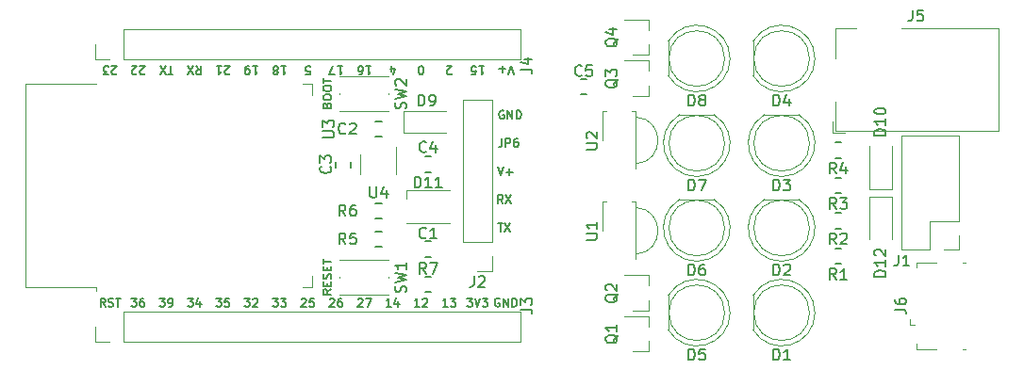
<source format=gbr>
G04 #@! TF.GenerationSoftware,KiCad,Pcbnew,(5.1.9-0-10_14)*
G04 #@! TF.CreationDate,2021-06-13T22:04:25-05:00*
G04 #@! TF.ProjectId,kbxIrBlaster,6b627849-7242-46c6-9173-7465722e6b69,rev?*
G04 #@! TF.SameCoordinates,Original*
G04 #@! TF.FileFunction,Legend,Top*
G04 #@! TF.FilePolarity,Positive*
%FSLAX46Y46*%
G04 Gerber Fmt 4.6, Leading zero omitted, Abs format (unit mm)*
G04 Created by KiCad (PCBNEW (5.1.9-0-10_14)) date 2021-06-13 22:04:25*
%MOMM*%
%LPD*%
G01*
G04 APERTURE LIST*
%ADD10C,0.120000*%
%ADD11C,0.150000*%
%ADD12C,0.200000*%
%ADD13C,0.160000*%
G04 APERTURE END LIST*
D10*
X147025000Y-79640000D02*
X147025000Y-77190000D01*
X143805000Y-77840000D02*
X143805000Y-79640000D01*
X193140500Y-93140000D02*
X193590500Y-93140000D01*
X193140500Y-93140000D02*
X193140500Y-92690000D01*
X193690500Y-87540000D02*
X193690500Y-87990000D01*
X195540500Y-87540000D02*
X193690500Y-87540000D01*
X198090500Y-95340000D02*
X197840500Y-95340000D01*
X198090500Y-87540000D02*
X197840500Y-87540000D01*
X195540500Y-95340000D02*
X193690500Y-95340000D01*
X193690500Y-95340000D02*
X193690500Y-94890000D01*
X120095000Y-89765000D02*
X120095000Y-90145000D01*
X113675000Y-89765000D02*
X120095000Y-89765000D01*
X113675000Y-71525000D02*
X120095000Y-71525000D01*
X113675000Y-89765000D02*
X113675000Y-71525000D01*
X139420000Y-71525000D02*
X139420000Y-72525000D01*
X138640000Y-71525000D02*
X139420000Y-71525000D01*
X139420000Y-89765000D02*
X139420000Y-88765000D01*
X138640000Y-89765000D02*
X139420000Y-89765000D01*
X168505000Y-73981000D02*
X168505000Y-79071000D01*
X168165000Y-73981000D02*
X168505000Y-73981000D01*
X165495000Y-73981000D02*
X165495000Y-76581000D01*
X165845000Y-73981000D02*
X165495000Y-73981000D01*
X168506736Y-78680917D02*
G75*
G03*
X168505000Y-74481000I-101736J2099917D01*
G01*
X168505000Y-82109000D02*
X168505000Y-87199000D01*
X168165000Y-82109000D02*
X168505000Y-82109000D01*
X165495000Y-82109000D02*
X165495000Y-84709000D01*
X165845000Y-82109000D02*
X165495000Y-82109000D01*
X168506736Y-86808917D02*
G75*
G03*
X168505000Y-82609000I-101736J2099917D01*
G01*
X169670000Y-72573000D02*
X168210000Y-72573000D01*
X169670000Y-69413000D02*
X167510000Y-69413000D01*
X169670000Y-69413000D02*
X169670000Y-70343000D01*
X169670000Y-72573000D02*
X169670000Y-71643000D01*
X147910000Y-84050000D02*
X151810000Y-84050000D01*
X147910000Y-81050000D02*
X151810000Y-81050000D01*
X147910000Y-81850000D02*
X147910000Y-81050000D01*
X169670000Y-91877000D02*
X168210000Y-91877000D01*
X169670000Y-88717000D02*
X167510000Y-88717000D01*
X169670000Y-88717000D02*
X169670000Y-89647000D01*
X169670000Y-91877000D02*
X169670000Y-90947000D01*
X169670000Y-68890000D02*
X168210000Y-68890000D01*
X169670000Y-65730000D02*
X167510000Y-65730000D01*
X169670000Y-65730000D02*
X169670000Y-66660000D01*
X169670000Y-68890000D02*
X169670000Y-67960000D01*
X171430000Y-67670000D02*
X171430000Y-70760000D01*
X176490000Y-69215000D02*
G75*
G03*
X176490000Y-69215000I-2500000J0D01*
G01*
X176980000Y-69214538D02*
G75*
G02*
X171430000Y-70759830I-2990000J-462D01*
G01*
X176980000Y-69215462D02*
G75*
G03*
X171430000Y-67670170I-2990000J462D01*
G01*
X175535000Y-74275000D02*
X172445000Y-74275000D01*
X176490000Y-76835000D02*
G75*
G03*
X176490000Y-76835000I-2500000J0D01*
G01*
X173990462Y-79825000D02*
G75*
G02*
X172445170Y-74275000I-462J2990000D01*
G01*
X173989538Y-79825000D02*
G75*
G03*
X175534830Y-74275000I462J2990000D01*
G01*
X179050000Y-67670000D02*
X179050000Y-70760000D01*
X184110000Y-69215000D02*
G75*
G03*
X184110000Y-69215000I-2500000J0D01*
G01*
X184600000Y-69214538D02*
G75*
G02*
X179050000Y-70759830I-2990000J-462D01*
G01*
X184600000Y-69215462D02*
G75*
G03*
X179050000Y-67670170I-2990000J462D01*
G01*
X183155000Y-74275000D02*
X180065000Y-74275000D01*
X184110000Y-76835000D02*
G75*
G03*
X184110000Y-76835000I-2500000J0D01*
G01*
X181610462Y-79825000D02*
G75*
G02*
X180065170Y-74275000I-462J2990000D01*
G01*
X181609538Y-79825000D02*
G75*
G03*
X183154830Y-74275000I462J2990000D01*
G01*
X141945000Y-72440000D02*
X141945000Y-72340000D01*
X146345000Y-70840000D02*
X141945000Y-70840000D01*
X141945000Y-73940000D02*
X146345000Y-73940000D01*
X146345000Y-72440000D02*
X146345000Y-72340000D01*
X141945000Y-88850000D02*
X141945000Y-88950000D01*
X146345000Y-87350000D02*
X141945000Y-87350000D01*
X141945000Y-90450000D02*
X146345000Y-90450000D01*
X146345000Y-88850000D02*
X146345000Y-88950000D01*
X169670000Y-95560000D02*
X168210000Y-95560000D01*
X169670000Y-92400000D02*
X167510000Y-92400000D01*
X169670000Y-92400000D02*
X169670000Y-93330000D01*
X169670000Y-95560000D02*
X169670000Y-94630000D01*
X119955000Y-69275000D02*
X119955000Y-67945000D01*
X121285000Y-69275000D02*
X119955000Y-69275000D01*
X122555000Y-69275000D02*
X122555000Y-66615000D01*
X122555000Y-66615000D02*
X158175000Y-66615000D01*
X122555000Y-69275000D02*
X158175000Y-69275000D01*
X158175000Y-69275000D02*
X158175000Y-66615000D01*
X119955000Y-94675000D02*
X119955000Y-93345000D01*
X121285000Y-94675000D02*
X119955000Y-94675000D01*
X122555000Y-94675000D02*
X122555000Y-92015000D01*
X122555000Y-92015000D02*
X158175000Y-92015000D01*
X122555000Y-94675000D02*
X158175000Y-94675000D01*
X158175000Y-94675000D02*
X158175000Y-92015000D01*
X155635000Y-88325000D02*
X154305000Y-88325000D01*
X155635000Y-86995000D02*
X155635000Y-88325000D01*
X155635000Y-85725000D02*
X152975000Y-85725000D01*
X152975000Y-85725000D02*
X152975000Y-72965000D01*
X155635000Y-85725000D02*
X155635000Y-72965000D01*
X155635000Y-72965000D02*
X152975000Y-72965000D01*
X197545000Y-86420000D02*
X196215000Y-86420000D01*
X197545000Y-85090000D02*
X197545000Y-86420000D01*
X194945000Y-86420000D02*
X192345000Y-86420000D01*
X194945000Y-83820000D02*
X194945000Y-86420000D01*
X197545000Y-83820000D02*
X194945000Y-83820000D01*
X192345000Y-86420000D02*
X192345000Y-76140000D01*
X197545000Y-83820000D02*
X197545000Y-76140000D01*
X197545000Y-76140000D02*
X192345000Y-76140000D01*
X186425000Y-75720000D02*
X186425000Y-73120000D01*
X201125000Y-75720000D02*
X186425000Y-75720000D01*
X186425000Y-66520000D02*
X188325000Y-66520000D01*
X186425000Y-69220000D02*
X186425000Y-66520000D01*
X201125000Y-66520000D02*
X201125000Y-75720000D01*
X192325000Y-66520000D02*
X201125000Y-66520000D01*
X187275000Y-75920000D02*
X186225000Y-75920000D01*
X186225000Y-74870000D02*
X186225000Y-75920000D01*
X191500000Y-81620000D02*
X191500000Y-85470000D01*
X189500000Y-81620000D02*
X189500000Y-85470000D01*
X191500000Y-81620000D02*
X189500000Y-81620000D01*
X189500000Y-80940000D02*
X189500000Y-77090000D01*
X191500000Y-80940000D02*
X191500000Y-77090000D01*
X189500000Y-80940000D02*
X191500000Y-80940000D01*
X147660000Y-73930000D02*
X151510000Y-73930000D01*
X147660000Y-75930000D02*
X151510000Y-75930000D01*
X147660000Y-73930000D02*
X147660000Y-75930000D01*
X175535000Y-81895000D02*
X172445000Y-81895000D01*
X176490000Y-84455000D02*
G75*
G03*
X176490000Y-84455000I-2500000J0D01*
G01*
X173990462Y-87445000D02*
G75*
G02*
X172445170Y-81895000I-462J2990000D01*
G01*
X173989538Y-87445000D02*
G75*
G03*
X175534830Y-81895000I462J2990000D01*
G01*
X171430000Y-90530000D02*
X171430000Y-93620000D01*
X176490000Y-92075000D02*
G75*
G03*
X176490000Y-92075000I-2500000J0D01*
G01*
X176980000Y-92074538D02*
G75*
G02*
X171430000Y-93619830I-2990000J-462D01*
G01*
X176980000Y-92075462D02*
G75*
G03*
X171430000Y-90530170I-2990000J462D01*
G01*
X183155000Y-81895000D02*
X180065000Y-81895000D01*
X184110000Y-84455000D02*
G75*
G03*
X184110000Y-84455000I-2500000J0D01*
G01*
X181610462Y-87445000D02*
G75*
G02*
X180065170Y-81895000I-462J2990000D01*
G01*
X181609538Y-87445000D02*
G75*
G03*
X183154830Y-81895000I462J2990000D01*
G01*
X179050000Y-90530000D02*
X179050000Y-93620000D01*
X184110000Y-92075000D02*
G75*
G03*
X184110000Y-92075000I-2500000J0D01*
G01*
X184600000Y-92074538D02*
G75*
G02*
X179050000Y-93619830I-2990000J-462D01*
G01*
X184600000Y-92075462D02*
G75*
G03*
X179050000Y-90530170I-2990000J462D01*
G01*
D11*
X186951252Y-76760000D02*
X186428748Y-76760000D01*
X186951252Y-78180000D02*
X186428748Y-78180000D01*
X186951252Y-79935000D02*
X186428748Y-79935000D01*
X186951252Y-81355000D02*
X186428748Y-81355000D01*
X150121252Y-88825000D02*
X149598748Y-88825000D01*
X150121252Y-90245000D02*
X149598748Y-90245000D01*
X145153748Y-83641000D02*
X145676252Y-83641000D01*
X145153748Y-82221000D02*
X145676252Y-82221000D01*
X145153748Y-86181000D02*
X145676252Y-86181000D01*
X145153748Y-84761000D02*
X145676252Y-84761000D01*
X186951252Y-83110000D02*
X186428748Y-83110000D01*
X186951252Y-84530000D02*
X186428748Y-84530000D01*
X186951252Y-86285000D02*
X186428748Y-86285000D01*
X186951252Y-87705000D02*
X186428748Y-87705000D01*
X164091252Y-71045000D02*
X163568748Y-71045000D01*
X164091252Y-72465000D02*
X163568748Y-72465000D01*
X150121252Y-78030000D02*
X149598748Y-78030000D01*
X150121252Y-79450000D02*
X149598748Y-79450000D01*
X142950000Y-78478748D02*
X142950000Y-79001252D01*
X141530000Y-78478748D02*
X141530000Y-79001252D01*
X145153748Y-76275000D02*
X145676252Y-76275000D01*
X145153748Y-74855000D02*
X145676252Y-74855000D01*
X149598748Y-87070000D02*
X150121252Y-87070000D01*
X149598748Y-85650000D02*
X150121252Y-85650000D01*
D12*
X144653095Y-80732380D02*
X144653095Y-81541904D01*
X144700714Y-81637142D01*
X144748333Y-81684761D01*
X144843571Y-81732380D01*
X145034047Y-81732380D01*
X145129285Y-81684761D01*
X145176904Y-81637142D01*
X145224523Y-81541904D01*
X145224523Y-80732380D01*
X146129285Y-81065714D02*
X146129285Y-81732380D01*
X145891190Y-80684761D02*
X145653095Y-81399047D01*
X146272142Y-81399047D01*
X191792880Y-91773333D02*
X192507166Y-91773333D01*
X192650023Y-91820952D01*
X192745261Y-91916190D01*
X192792880Y-92059047D01*
X192792880Y-92154285D01*
X191792880Y-90868571D02*
X191792880Y-91059047D01*
X191840500Y-91154285D01*
X191888119Y-91201904D01*
X192030976Y-91297142D01*
X192221452Y-91344761D01*
X192602404Y-91344761D01*
X192697642Y-91297142D01*
X192745261Y-91249523D01*
X192792880Y-91154285D01*
X192792880Y-90963809D01*
X192745261Y-90868571D01*
X192697642Y-90820952D01*
X192602404Y-90773333D01*
X192364309Y-90773333D01*
X192269071Y-90820952D01*
X192221452Y-90868571D01*
X192173833Y-90963809D01*
X192173833Y-91154285D01*
X192221452Y-91249523D01*
X192269071Y-91297142D01*
X192364309Y-91344761D01*
X140422380Y-76326904D02*
X141231904Y-76326904D01*
X141327142Y-76279285D01*
X141374761Y-76231666D01*
X141422380Y-76136428D01*
X141422380Y-75945952D01*
X141374761Y-75850714D01*
X141327142Y-75803095D01*
X141231904Y-75755476D01*
X140422380Y-75755476D01*
X140422380Y-75374523D02*
X140422380Y-74755476D01*
X140803333Y-75088809D01*
X140803333Y-74945952D01*
X140850952Y-74850714D01*
X140898571Y-74803095D01*
X140993809Y-74755476D01*
X141231904Y-74755476D01*
X141327142Y-74803095D01*
X141374761Y-74850714D01*
X141422380Y-74945952D01*
X141422380Y-75231666D01*
X141374761Y-75326904D01*
X141327142Y-75374523D01*
X164057380Y-77382904D02*
X164866904Y-77382904D01*
X164962142Y-77335285D01*
X165009761Y-77287666D01*
X165057380Y-77192428D01*
X165057380Y-77001952D01*
X165009761Y-76906714D01*
X164962142Y-76859095D01*
X164866904Y-76811476D01*
X164057380Y-76811476D01*
X164152619Y-76382904D02*
X164105000Y-76335285D01*
X164057380Y-76240047D01*
X164057380Y-76001952D01*
X164105000Y-75906714D01*
X164152619Y-75859095D01*
X164247857Y-75811476D01*
X164343095Y-75811476D01*
X164485952Y-75859095D01*
X165057380Y-76430523D01*
X165057380Y-75811476D01*
X164057380Y-85510904D02*
X164866904Y-85510904D01*
X164962142Y-85463285D01*
X165009761Y-85415666D01*
X165057380Y-85320428D01*
X165057380Y-85129952D01*
X165009761Y-85034714D01*
X164962142Y-84987095D01*
X164866904Y-84939476D01*
X164057380Y-84939476D01*
X165057380Y-83939476D02*
X165057380Y-84510904D01*
X165057380Y-84225190D02*
X164057380Y-84225190D01*
X164200238Y-84320428D01*
X164295476Y-84415666D01*
X164343095Y-84510904D01*
X166917619Y-71088238D02*
X166870000Y-71183476D01*
X166774761Y-71278714D01*
X166631904Y-71421571D01*
X166584285Y-71516809D01*
X166584285Y-71612047D01*
X166822380Y-71564428D02*
X166774761Y-71659666D01*
X166679523Y-71754904D01*
X166489047Y-71802523D01*
X166155714Y-71802523D01*
X165965238Y-71754904D01*
X165870000Y-71659666D01*
X165822380Y-71564428D01*
X165822380Y-71373952D01*
X165870000Y-71278714D01*
X165965238Y-71183476D01*
X166155714Y-71135857D01*
X166489047Y-71135857D01*
X166679523Y-71183476D01*
X166774761Y-71278714D01*
X166822380Y-71373952D01*
X166822380Y-71564428D01*
X165822380Y-70802523D02*
X165822380Y-70183476D01*
X166203333Y-70516809D01*
X166203333Y-70373952D01*
X166250952Y-70278714D01*
X166298571Y-70231095D01*
X166393809Y-70183476D01*
X166631904Y-70183476D01*
X166727142Y-70231095D01*
X166774761Y-70278714D01*
X166822380Y-70373952D01*
X166822380Y-70659666D01*
X166774761Y-70754904D01*
X166727142Y-70802523D01*
X148645714Y-80843380D02*
X148645714Y-79843380D01*
X148883809Y-79843380D01*
X149026666Y-79891000D01*
X149121904Y-79986238D01*
X149169523Y-80081476D01*
X149217142Y-80271952D01*
X149217142Y-80414809D01*
X149169523Y-80605285D01*
X149121904Y-80700523D01*
X149026666Y-80795761D01*
X148883809Y-80843380D01*
X148645714Y-80843380D01*
X150169523Y-80843380D02*
X149598095Y-80843380D01*
X149883809Y-80843380D02*
X149883809Y-79843380D01*
X149788571Y-79986238D01*
X149693333Y-80081476D01*
X149598095Y-80129095D01*
X151121904Y-80843380D02*
X150550476Y-80843380D01*
X150836190Y-80843380D02*
X150836190Y-79843380D01*
X150740952Y-79986238D01*
X150645714Y-80081476D01*
X150550476Y-80129095D01*
X166917619Y-90392238D02*
X166870000Y-90487476D01*
X166774761Y-90582714D01*
X166631904Y-90725571D01*
X166584285Y-90820809D01*
X166584285Y-90916047D01*
X166822380Y-90868428D02*
X166774761Y-90963666D01*
X166679523Y-91058904D01*
X166489047Y-91106523D01*
X166155714Y-91106523D01*
X165965238Y-91058904D01*
X165870000Y-90963666D01*
X165822380Y-90868428D01*
X165822380Y-90677952D01*
X165870000Y-90582714D01*
X165965238Y-90487476D01*
X166155714Y-90439857D01*
X166489047Y-90439857D01*
X166679523Y-90487476D01*
X166774761Y-90582714D01*
X166822380Y-90677952D01*
X166822380Y-90868428D01*
X165917619Y-90058904D02*
X165870000Y-90011285D01*
X165822380Y-89916047D01*
X165822380Y-89677952D01*
X165870000Y-89582714D01*
X165917619Y-89535095D01*
X166012857Y-89487476D01*
X166108095Y-89487476D01*
X166250952Y-89535095D01*
X166822380Y-90106523D01*
X166822380Y-89487476D01*
X166917619Y-67405238D02*
X166870000Y-67500476D01*
X166774761Y-67595714D01*
X166631904Y-67738571D01*
X166584285Y-67833809D01*
X166584285Y-67929047D01*
X166822380Y-67881428D02*
X166774761Y-67976666D01*
X166679523Y-68071904D01*
X166489047Y-68119523D01*
X166155714Y-68119523D01*
X165965238Y-68071904D01*
X165870000Y-67976666D01*
X165822380Y-67881428D01*
X165822380Y-67690952D01*
X165870000Y-67595714D01*
X165965238Y-67500476D01*
X166155714Y-67452857D01*
X166489047Y-67452857D01*
X166679523Y-67500476D01*
X166774761Y-67595714D01*
X166822380Y-67690952D01*
X166822380Y-67881428D01*
X166155714Y-66595714D02*
X166822380Y-66595714D01*
X165774761Y-66833809D02*
X166489047Y-67071904D01*
X166489047Y-66452857D01*
X173251904Y-73477380D02*
X173251904Y-72477380D01*
X173490000Y-72477380D01*
X173632857Y-72525000D01*
X173728095Y-72620238D01*
X173775714Y-72715476D01*
X173823333Y-72905952D01*
X173823333Y-73048809D01*
X173775714Y-73239285D01*
X173728095Y-73334523D01*
X173632857Y-73429761D01*
X173490000Y-73477380D01*
X173251904Y-73477380D01*
X174394761Y-72905952D02*
X174299523Y-72858333D01*
X174251904Y-72810714D01*
X174204285Y-72715476D01*
X174204285Y-72667857D01*
X174251904Y-72572619D01*
X174299523Y-72525000D01*
X174394761Y-72477380D01*
X174585238Y-72477380D01*
X174680476Y-72525000D01*
X174728095Y-72572619D01*
X174775714Y-72667857D01*
X174775714Y-72715476D01*
X174728095Y-72810714D01*
X174680476Y-72858333D01*
X174585238Y-72905952D01*
X174394761Y-72905952D01*
X174299523Y-72953571D01*
X174251904Y-73001190D01*
X174204285Y-73096428D01*
X174204285Y-73286904D01*
X174251904Y-73382142D01*
X174299523Y-73429761D01*
X174394761Y-73477380D01*
X174585238Y-73477380D01*
X174680476Y-73429761D01*
X174728095Y-73382142D01*
X174775714Y-73286904D01*
X174775714Y-73096428D01*
X174728095Y-73001190D01*
X174680476Y-72953571D01*
X174585238Y-72905952D01*
X173251904Y-81097380D02*
X173251904Y-80097380D01*
X173490000Y-80097380D01*
X173632857Y-80145000D01*
X173728095Y-80240238D01*
X173775714Y-80335476D01*
X173823333Y-80525952D01*
X173823333Y-80668809D01*
X173775714Y-80859285D01*
X173728095Y-80954523D01*
X173632857Y-81049761D01*
X173490000Y-81097380D01*
X173251904Y-81097380D01*
X174156666Y-80097380D02*
X174823333Y-80097380D01*
X174394761Y-81097380D01*
X180871904Y-73477380D02*
X180871904Y-72477380D01*
X181110000Y-72477380D01*
X181252857Y-72525000D01*
X181348095Y-72620238D01*
X181395714Y-72715476D01*
X181443333Y-72905952D01*
X181443333Y-73048809D01*
X181395714Y-73239285D01*
X181348095Y-73334523D01*
X181252857Y-73429761D01*
X181110000Y-73477380D01*
X180871904Y-73477380D01*
X182300476Y-72810714D02*
X182300476Y-73477380D01*
X182062380Y-72429761D02*
X181824285Y-73144047D01*
X182443333Y-73144047D01*
X180871904Y-81097380D02*
X180871904Y-80097380D01*
X181110000Y-80097380D01*
X181252857Y-80145000D01*
X181348095Y-80240238D01*
X181395714Y-80335476D01*
X181443333Y-80525952D01*
X181443333Y-80668809D01*
X181395714Y-80859285D01*
X181348095Y-80954523D01*
X181252857Y-81049761D01*
X181110000Y-81097380D01*
X180871904Y-81097380D01*
X181776666Y-80097380D02*
X182395714Y-80097380D01*
X182062380Y-80478333D01*
X182205238Y-80478333D01*
X182300476Y-80525952D01*
X182348095Y-80573571D01*
X182395714Y-80668809D01*
X182395714Y-80906904D01*
X182348095Y-81002142D01*
X182300476Y-81049761D01*
X182205238Y-81097380D01*
X181919523Y-81097380D01*
X181824285Y-81049761D01*
X181776666Y-81002142D01*
X147851761Y-73723333D02*
X147899380Y-73580476D01*
X147899380Y-73342380D01*
X147851761Y-73247142D01*
X147804142Y-73199523D01*
X147708904Y-73151904D01*
X147613666Y-73151904D01*
X147518428Y-73199523D01*
X147470809Y-73247142D01*
X147423190Y-73342380D01*
X147375571Y-73532857D01*
X147327952Y-73628095D01*
X147280333Y-73675714D01*
X147185095Y-73723333D01*
X147089857Y-73723333D01*
X146994619Y-73675714D01*
X146947000Y-73628095D01*
X146899380Y-73532857D01*
X146899380Y-73294761D01*
X146947000Y-73151904D01*
X146899380Y-72818571D02*
X147899380Y-72580476D01*
X147185095Y-72390000D01*
X147899380Y-72199523D01*
X146899380Y-71961428D01*
X146994619Y-71628095D02*
X146947000Y-71580476D01*
X146899380Y-71485238D01*
X146899380Y-71247142D01*
X146947000Y-71151904D01*
X146994619Y-71104285D01*
X147089857Y-71056666D01*
X147185095Y-71056666D01*
X147327952Y-71104285D01*
X147899380Y-71675714D01*
X147899380Y-71056666D01*
D13*
X140789428Y-73407857D02*
X140825142Y-73300714D01*
X140860857Y-73265000D01*
X140932285Y-73229285D01*
X141039428Y-73229285D01*
X141110857Y-73265000D01*
X141146571Y-73300714D01*
X141182285Y-73372142D01*
X141182285Y-73657857D01*
X140432285Y-73657857D01*
X140432285Y-73407857D01*
X140468000Y-73336428D01*
X140503714Y-73300714D01*
X140575142Y-73265000D01*
X140646571Y-73265000D01*
X140718000Y-73300714D01*
X140753714Y-73336428D01*
X140789428Y-73407857D01*
X140789428Y-73657857D01*
X140432285Y-72765000D02*
X140432285Y-72622142D01*
X140468000Y-72550714D01*
X140539428Y-72479285D01*
X140682285Y-72443571D01*
X140932285Y-72443571D01*
X141075142Y-72479285D01*
X141146571Y-72550714D01*
X141182285Y-72622142D01*
X141182285Y-72765000D01*
X141146571Y-72836428D01*
X141075142Y-72907857D01*
X140932285Y-72943571D01*
X140682285Y-72943571D01*
X140539428Y-72907857D01*
X140468000Y-72836428D01*
X140432285Y-72765000D01*
X140432285Y-71979285D02*
X140432285Y-71836428D01*
X140468000Y-71765000D01*
X140539428Y-71693571D01*
X140682285Y-71657857D01*
X140932285Y-71657857D01*
X141075142Y-71693571D01*
X141146571Y-71765000D01*
X141182285Y-71836428D01*
X141182285Y-71979285D01*
X141146571Y-72050714D01*
X141075142Y-72122142D01*
X140932285Y-72157857D01*
X140682285Y-72157857D01*
X140539428Y-72122142D01*
X140468000Y-72050714D01*
X140432285Y-71979285D01*
X140432285Y-71443571D02*
X140432285Y-71015000D01*
X141182285Y-71229285D02*
X140432285Y-71229285D01*
D12*
X147851761Y-90233333D02*
X147899380Y-90090476D01*
X147899380Y-89852380D01*
X147851761Y-89757142D01*
X147804142Y-89709523D01*
X147708904Y-89661904D01*
X147613666Y-89661904D01*
X147518428Y-89709523D01*
X147470809Y-89757142D01*
X147423190Y-89852380D01*
X147375571Y-90042857D01*
X147327952Y-90138095D01*
X147280333Y-90185714D01*
X147185095Y-90233333D01*
X147089857Y-90233333D01*
X146994619Y-90185714D01*
X146947000Y-90138095D01*
X146899380Y-90042857D01*
X146899380Y-89804761D01*
X146947000Y-89661904D01*
X146899380Y-89328571D02*
X147899380Y-89090476D01*
X147185095Y-88900000D01*
X147899380Y-88709523D01*
X146899380Y-88471428D01*
X147899380Y-87566666D02*
X147899380Y-88138095D01*
X147899380Y-87852380D02*
X146899380Y-87852380D01*
X147042238Y-87947619D01*
X147137476Y-88042857D01*
X147185095Y-88138095D01*
D13*
X141182285Y-89989285D02*
X140825142Y-90239285D01*
X141182285Y-90417857D02*
X140432285Y-90417857D01*
X140432285Y-90132142D01*
X140468000Y-90060714D01*
X140503714Y-90025000D01*
X140575142Y-89989285D01*
X140682285Y-89989285D01*
X140753714Y-90025000D01*
X140789428Y-90060714D01*
X140825142Y-90132142D01*
X140825142Y-90417857D01*
X140789428Y-89667857D02*
X140789428Y-89417857D01*
X141182285Y-89310714D02*
X141182285Y-89667857D01*
X140432285Y-89667857D01*
X140432285Y-89310714D01*
X141146571Y-89025000D02*
X141182285Y-88917857D01*
X141182285Y-88739285D01*
X141146571Y-88667857D01*
X141110857Y-88632142D01*
X141039428Y-88596428D01*
X140968000Y-88596428D01*
X140896571Y-88632142D01*
X140860857Y-88667857D01*
X140825142Y-88739285D01*
X140789428Y-88882142D01*
X140753714Y-88953571D01*
X140718000Y-88989285D01*
X140646571Y-89025000D01*
X140575142Y-89025000D01*
X140503714Y-88989285D01*
X140468000Y-88953571D01*
X140432285Y-88882142D01*
X140432285Y-88703571D01*
X140468000Y-88596428D01*
X140789428Y-88275000D02*
X140789428Y-88025000D01*
X141182285Y-87917857D02*
X141182285Y-88275000D01*
X140432285Y-88275000D01*
X140432285Y-87917857D01*
X140432285Y-87703571D02*
X140432285Y-87275000D01*
X141182285Y-87489285D02*
X140432285Y-87489285D01*
D12*
X166917619Y-94075238D02*
X166870000Y-94170476D01*
X166774761Y-94265714D01*
X166631904Y-94408571D01*
X166584285Y-94503809D01*
X166584285Y-94599047D01*
X166822380Y-94551428D02*
X166774761Y-94646666D01*
X166679523Y-94741904D01*
X166489047Y-94789523D01*
X166155714Y-94789523D01*
X165965238Y-94741904D01*
X165870000Y-94646666D01*
X165822380Y-94551428D01*
X165822380Y-94360952D01*
X165870000Y-94265714D01*
X165965238Y-94170476D01*
X166155714Y-94122857D01*
X166489047Y-94122857D01*
X166679523Y-94170476D01*
X166774761Y-94265714D01*
X166822380Y-94360952D01*
X166822380Y-94551428D01*
X166822380Y-93170476D02*
X166822380Y-93741904D01*
X166822380Y-93456190D02*
X165822380Y-93456190D01*
X165965238Y-93551428D01*
X166060476Y-93646666D01*
X166108095Y-93741904D01*
X158202380Y-70183333D02*
X158916666Y-70183333D01*
X159059523Y-70230952D01*
X159154761Y-70326190D01*
X159202380Y-70469047D01*
X159202380Y-70564285D01*
X158535714Y-69278571D02*
X159202380Y-69278571D01*
X158154761Y-69516666D02*
X158869047Y-69754761D01*
X158869047Y-69135714D01*
D13*
X157559285Y-70641714D02*
X157309285Y-69891714D01*
X157059285Y-70641714D01*
X156809285Y-70177428D02*
X156237857Y-70177428D01*
X156523571Y-69891714D02*
X156523571Y-70463142D01*
X154447857Y-69891714D02*
X154876428Y-69891714D01*
X154662142Y-69891714D02*
X154662142Y-70641714D01*
X154733571Y-70534571D01*
X154805000Y-70463142D01*
X154876428Y-70427428D01*
X153769285Y-70641714D02*
X154126428Y-70641714D01*
X154162142Y-70284571D01*
X154126428Y-70320285D01*
X154055000Y-70356000D01*
X153876428Y-70356000D01*
X153805000Y-70320285D01*
X153769285Y-70284571D01*
X153733571Y-70213142D01*
X153733571Y-70034571D01*
X153769285Y-69963142D01*
X153805000Y-69927428D01*
X153876428Y-69891714D01*
X154055000Y-69891714D01*
X154126428Y-69927428D01*
X154162142Y-69963142D01*
X151979285Y-70570285D02*
X151943571Y-70606000D01*
X151872142Y-70641714D01*
X151693571Y-70641714D01*
X151622142Y-70606000D01*
X151586428Y-70570285D01*
X151550714Y-70498857D01*
X151550714Y-70427428D01*
X151586428Y-70320285D01*
X152015000Y-69891714D01*
X151550714Y-69891714D01*
X149260714Y-70641714D02*
X149189285Y-70641714D01*
X149117857Y-70606000D01*
X149082142Y-70570285D01*
X149046428Y-70498857D01*
X149010714Y-70356000D01*
X149010714Y-70177428D01*
X149046428Y-70034571D01*
X149082142Y-69963142D01*
X149117857Y-69927428D01*
X149189285Y-69891714D01*
X149260714Y-69891714D01*
X149332142Y-69927428D01*
X149367857Y-69963142D01*
X149403571Y-70034571D01*
X149439285Y-70177428D01*
X149439285Y-70356000D01*
X149403571Y-70498857D01*
X149367857Y-70570285D01*
X149332142Y-70606000D01*
X149260714Y-70641714D01*
X146542142Y-70391714D02*
X146542142Y-69891714D01*
X146720714Y-70677428D02*
X146899285Y-70141714D01*
X146435000Y-70141714D01*
X144287857Y-69891714D02*
X144716428Y-69891714D01*
X144502142Y-69891714D02*
X144502142Y-70641714D01*
X144573571Y-70534571D01*
X144645000Y-70463142D01*
X144716428Y-70427428D01*
X143645000Y-70641714D02*
X143787857Y-70641714D01*
X143859285Y-70606000D01*
X143895000Y-70570285D01*
X143966428Y-70463142D01*
X144002142Y-70320285D01*
X144002142Y-70034571D01*
X143966428Y-69963142D01*
X143930714Y-69927428D01*
X143859285Y-69891714D01*
X143716428Y-69891714D01*
X143645000Y-69927428D01*
X143609285Y-69963142D01*
X143573571Y-70034571D01*
X143573571Y-70213142D01*
X143609285Y-70284571D01*
X143645000Y-70320285D01*
X143716428Y-70356000D01*
X143859285Y-70356000D01*
X143930714Y-70320285D01*
X143966428Y-70284571D01*
X144002142Y-70213142D01*
X141747857Y-69891714D02*
X142176428Y-69891714D01*
X141962142Y-69891714D02*
X141962142Y-70641714D01*
X142033571Y-70534571D01*
X142105000Y-70463142D01*
X142176428Y-70427428D01*
X141497857Y-70641714D02*
X140997857Y-70641714D01*
X141319285Y-69891714D01*
X138886428Y-70641714D02*
X139243571Y-70641714D01*
X139279285Y-70284571D01*
X139243571Y-70320285D01*
X139172142Y-70356000D01*
X138993571Y-70356000D01*
X138922142Y-70320285D01*
X138886428Y-70284571D01*
X138850714Y-70213142D01*
X138850714Y-70034571D01*
X138886428Y-69963142D01*
X138922142Y-69927428D01*
X138993571Y-69891714D01*
X139172142Y-69891714D01*
X139243571Y-69927428D01*
X139279285Y-69963142D01*
X136667857Y-69891714D02*
X137096428Y-69891714D01*
X136882142Y-69891714D02*
X136882142Y-70641714D01*
X136953571Y-70534571D01*
X137025000Y-70463142D01*
X137096428Y-70427428D01*
X136239285Y-70320285D02*
X136310714Y-70356000D01*
X136346428Y-70391714D01*
X136382142Y-70463142D01*
X136382142Y-70498857D01*
X136346428Y-70570285D01*
X136310714Y-70606000D01*
X136239285Y-70641714D01*
X136096428Y-70641714D01*
X136025000Y-70606000D01*
X135989285Y-70570285D01*
X135953571Y-70498857D01*
X135953571Y-70463142D01*
X135989285Y-70391714D01*
X136025000Y-70356000D01*
X136096428Y-70320285D01*
X136239285Y-70320285D01*
X136310714Y-70284571D01*
X136346428Y-70248857D01*
X136382142Y-70177428D01*
X136382142Y-70034571D01*
X136346428Y-69963142D01*
X136310714Y-69927428D01*
X136239285Y-69891714D01*
X136096428Y-69891714D01*
X136025000Y-69927428D01*
X135989285Y-69963142D01*
X135953571Y-70034571D01*
X135953571Y-70177428D01*
X135989285Y-70248857D01*
X136025000Y-70284571D01*
X136096428Y-70320285D01*
X134127857Y-69891714D02*
X134556428Y-69891714D01*
X134342142Y-69891714D02*
X134342142Y-70641714D01*
X134413571Y-70534571D01*
X134485000Y-70463142D01*
X134556428Y-70427428D01*
X133770714Y-69891714D02*
X133627857Y-69891714D01*
X133556428Y-69927428D01*
X133520714Y-69963142D01*
X133449285Y-70070285D01*
X133413571Y-70213142D01*
X133413571Y-70498857D01*
X133449285Y-70570285D01*
X133485000Y-70606000D01*
X133556428Y-70641714D01*
X133699285Y-70641714D01*
X133770714Y-70606000D01*
X133806428Y-70570285D01*
X133842142Y-70498857D01*
X133842142Y-70320285D01*
X133806428Y-70248857D01*
X133770714Y-70213142D01*
X133699285Y-70177428D01*
X133556428Y-70177428D01*
X133485000Y-70213142D01*
X133449285Y-70248857D01*
X133413571Y-70320285D01*
X132016428Y-70570285D02*
X131980714Y-70606000D01*
X131909285Y-70641714D01*
X131730714Y-70641714D01*
X131659285Y-70606000D01*
X131623571Y-70570285D01*
X131587857Y-70498857D01*
X131587857Y-70427428D01*
X131623571Y-70320285D01*
X132052142Y-69891714D01*
X131587857Y-69891714D01*
X130873571Y-69891714D02*
X131302142Y-69891714D01*
X131087857Y-69891714D02*
X131087857Y-70641714D01*
X131159285Y-70534571D01*
X131230714Y-70463142D01*
X131302142Y-70427428D01*
X129030000Y-69891714D02*
X129280000Y-70248857D01*
X129458571Y-69891714D02*
X129458571Y-70641714D01*
X129172857Y-70641714D01*
X129101428Y-70606000D01*
X129065714Y-70570285D01*
X129030000Y-70498857D01*
X129030000Y-70391714D01*
X129065714Y-70320285D01*
X129101428Y-70284571D01*
X129172857Y-70248857D01*
X129458571Y-70248857D01*
X128780000Y-70641714D02*
X128280000Y-69891714D01*
X128280000Y-70641714D02*
X128780000Y-69891714D01*
X126936428Y-70641714D02*
X126507857Y-70641714D01*
X126722142Y-69891714D02*
X126722142Y-70641714D01*
X126329285Y-70641714D02*
X125829285Y-69891714D01*
X125829285Y-70641714D02*
X126329285Y-69891714D01*
X124396428Y-70570285D02*
X124360714Y-70606000D01*
X124289285Y-70641714D01*
X124110714Y-70641714D01*
X124039285Y-70606000D01*
X124003571Y-70570285D01*
X123967857Y-70498857D01*
X123967857Y-70427428D01*
X124003571Y-70320285D01*
X124432142Y-69891714D01*
X123967857Y-69891714D01*
X123682142Y-70570285D02*
X123646428Y-70606000D01*
X123575000Y-70641714D01*
X123396428Y-70641714D01*
X123325000Y-70606000D01*
X123289285Y-70570285D01*
X123253571Y-70498857D01*
X123253571Y-70427428D01*
X123289285Y-70320285D01*
X123717857Y-69891714D01*
X123253571Y-69891714D01*
X121856428Y-70570285D02*
X121820714Y-70606000D01*
X121749285Y-70641714D01*
X121570714Y-70641714D01*
X121499285Y-70606000D01*
X121463571Y-70570285D01*
X121427857Y-70498857D01*
X121427857Y-70427428D01*
X121463571Y-70320285D01*
X121892142Y-69891714D01*
X121427857Y-69891714D01*
X121177857Y-70641714D02*
X120713571Y-70641714D01*
X120963571Y-70356000D01*
X120856428Y-70356000D01*
X120785000Y-70320285D01*
X120749285Y-70284571D01*
X120713571Y-70213142D01*
X120713571Y-70034571D01*
X120749285Y-69963142D01*
X120785000Y-69927428D01*
X120856428Y-69891714D01*
X121070714Y-69891714D01*
X121142142Y-69927428D01*
X121177857Y-69963142D01*
D12*
X158202380Y-91773333D02*
X158916666Y-91773333D01*
X159059523Y-91820952D01*
X159154761Y-91916190D01*
X159202380Y-92059047D01*
X159202380Y-92154285D01*
X158202380Y-91392380D02*
X158202380Y-90773333D01*
X158583333Y-91106666D01*
X158583333Y-90963809D01*
X158630952Y-90868571D01*
X158678571Y-90820952D01*
X158773809Y-90773333D01*
X159011904Y-90773333D01*
X159107142Y-90820952D01*
X159154761Y-90868571D01*
X159202380Y-90963809D01*
X159202380Y-91249523D01*
X159154761Y-91344761D01*
X159107142Y-91392380D01*
D13*
X120874285Y-91525285D02*
X120624285Y-91168142D01*
X120445714Y-91525285D02*
X120445714Y-90775285D01*
X120731428Y-90775285D01*
X120802857Y-90811000D01*
X120838571Y-90846714D01*
X120874285Y-90918142D01*
X120874285Y-91025285D01*
X120838571Y-91096714D01*
X120802857Y-91132428D01*
X120731428Y-91168142D01*
X120445714Y-91168142D01*
X121160000Y-91489571D02*
X121267142Y-91525285D01*
X121445714Y-91525285D01*
X121517142Y-91489571D01*
X121552857Y-91453857D01*
X121588571Y-91382428D01*
X121588571Y-91311000D01*
X121552857Y-91239571D01*
X121517142Y-91203857D01*
X121445714Y-91168142D01*
X121302857Y-91132428D01*
X121231428Y-91096714D01*
X121195714Y-91061000D01*
X121160000Y-90989571D01*
X121160000Y-90918142D01*
X121195714Y-90846714D01*
X121231428Y-90811000D01*
X121302857Y-90775285D01*
X121481428Y-90775285D01*
X121588571Y-90811000D01*
X121802857Y-90775285D02*
X122231428Y-90775285D01*
X122017142Y-91525285D02*
X122017142Y-90775285D01*
X123217857Y-90775285D02*
X123682142Y-90775285D01*
X123432142Y-91061000D01*
X123539285Y-91061000D01*
X123610714Y-91096714D01*
X123646428Y-91132428D01*
X123682142Y-91203857D01*
X123682142Y-91382428D01*
X123646428Y-91453857D01*
X123610714Y-91489571D01*
X123539285Y-91525285D01*
X123325000Y-91525285D01*
X123253571Y-91489571D01*
X123217857Y-91453857D01*
X124325000Y-90775285D02*
X124182142Y-90775285D01*
X124110714Y-90811000D01*
X124075000Y-90846714D01*
X124003571Y-90953857D01*
X123967857Y-91096714D01*
X123967857Y-91382428D01*
X124003571Y-91453857D01*
X124039285Y-91489571D01*
X124110714Y-91525285D01*
X124253571Y-91525285D01*
X124325000Y-91489571D01*
X124360714Y-91453857D01*
X124396428Y-91382428D01*
X124396428Y-91203857D01*
X124360714Y-91132428D01*
X124325000Y-91096714D01*
X124253571Y-91061000D01*
X124110714Y-91061000D01*
X124039285Y-91096714D01*
X124003571Y-91132428D01*
X123967857Y-91203857D01*
X125757857Y-90775285D02*
X126222142Y-90775285D01*
X125972142Y-91061000D01*
X126079285Y-91061000D01*
X126150714Y-91096714D01*
X126186428Y-91132428D01*
X126222142Y-91203857D01*
X126222142Y-91382428D01*
X126186428Y-91453857D01*
X126150714Y-91489571D01*
X126079285Y-91525285D01*
X125865000Y-91525285D01*
X125793571Y-91489571D01*
X125757857Y-91453857D01*
X126579285Y-91525285D02*
X126722142Y-91525285D01*
X126793571Y-91489571D01*
X126829285Y-91453857D01*
X126900714Y-91346714D01*
X126936428Y-91203857D01*
X126936428Y-90918142D01*
X126900714Y-90846714D01*
X126865000Y-90811000D01*
X126793571Y-90775285D01*
X126650714Y-90775285D01*
X126579285Y-90811000D01*
X126543571Y-90846714D01*
X126507857Y-90918142D01*
X126507857Y-91096714D01*
X126543571Y-91168142D01*
X126579285Y-91203857D01*
X126650714Y-91239571D01*
X126793571Y-91239571D01*
X126865000Y-91203857D01*
X126900714Y-91168142D01*
X126936428Y-91096714D01*
X128297857Y-90775285D02*
X128762142Y-90775285D01*
X128512142Y-91061000D01*
X128619285Y-91061000D01*
X128690714Y-91096714D01*
X128726428Y-91132428D01*
X128762142Y-91203857D01*
X128762142Y-91382428D01*
X128726428Y-91453857D01*
X128690714Y-91489571D01*
X128619285Y-91525285D01*
X128405000Y-91525285D01*
X128333571Y-91489571D01*
X128297857Y-91453857D01*
X129405000Y-91025285D02*
X129405000Y-91525285D01*
X129226428Y-90739571D02*
X129047857Y-91275285D01*
X129512142Y-91275285D01*
X130837857Y-90775285D02*
X131302142Y-90775285D01*
X131052142Y-91061000D01*
X131159285Y-91061000D01*
X131230714Y-91096714D01*
X131266428Y-91132428D01*
X131302142Y-91203857D01*
X131302142Y-91382428D01*
X131266428Y-91453857D01*
X131230714Y-91489571D01*
X131159285Y-91525285D01*
X130945000Y-91525285D01*
X130873571Y-91489571D01*
X130837857Y-91453857D01*
X131980714Y-90775285D02*
X131623571Y-90775285D01*
X131587857Y-91132428D01*
X131623571Y-91096714D01*
X131695000Y-91061000D01*
X131873571Y-91061000D01*
X131945000Y-91096714D01*
X131980714Y-91132428D01*
X132016428Y-91203857D01*
X132016428Y-91382428D01*
X131980714Y-91453857D01*
X131945000Y-91489571D01*
X131873571Y-91525285D01*
X131695000Y-91525285D01*
X131623571Y-91489571D01*
X131587857Y-91453857D01*
X133377857Y-90775285D02*
X133842142Y-90775285D01*
X133592142Y-91061000D01*
X133699285Y-91061000D01*
X133770714Y-91096714D01*
X133806428Y-91132428D01*
X133842142Y-91203857D01*
X133842142Y-91382428D01*
X133806428Y-91453857D01*
X133770714Y-91489571D01*
X133699285Y-91525285D01*
X133485000Y-91525285D01*
X133413571Y-91489571D01*
X133377857Y-91453857D01*
X134127857Y-90846714D02*
X134163571Y-90811000D01*
X134235000Y-90775285D01*
X134413571Y-90775285D01*
X134485000Y-90811000D01*
X134520714Y-90846714D01*
X134556428Y-90918142D01*
X134556428Y-90989571D01*
X134520714Y-91096714D01*
X134092142Y-91525285D01*
X134556428Y-91525285D01*
X135917857Y-90775285D02*
X136382142Y-90775285D01*
X136132142Y-91061000D01*
X136239285Y-91061000D01*
X136310714Y-91096714D01*
X136346428Y-91132428D01*
X136382142Y-91203857D01*
X136382142Y-91382428D01*
X136346428Y-91453857D01*
X136310714Y-91489571D01*
X136239285Y-91525285D01*
X136025000Y-91525285D01*
X135953571Y-91489571D01*
X135917857Y-91453857D01*
X136632142Y-90775285D02*
X137096428Y-90775285D01*
X136846428Y-91061000D01*
X136953571Y-91061000D01*
X137025000Y-91096714D01*
X137060714Y-91132428D01*
X137096428Y-91203857D01*
X137096428Y-91382428D01*
X137060714Y-91453857D01*
X137025000Y-91489571D01*
X136953571Y-91525285D01*
X136739285Y-91525285D01*
X136667857Y-91489571D01*
X136632142Y-91453857D01*
X138493571Y-90846714D02*
X138529285Y-90811000D01*
X138600714Y-90775285D01*
X138779285Y-90775285D01*
X138850714Y-90811000D01*
X138886428Y-90846714D01*
X138922142Y-90918142D01*
X138922142Y-90989571D01*
X138886428Y-91096714D01*
X138457857Y-91525285D01*
X138922142Y-91525285D01*
X139600714Y-90775285D02*
X139243571Y-90775285D01*
X139207857Y-91132428D01*
X139243571Y-91096714D01*
X139315000Y-91061000D01*
X139493571Y-91061000D01*
X139565000Y-91096714D01*
X139600714Y-91132428D01*
X139636428Y-91203857D01*
X139636428Y-91382428D01*
X139600714Y-91453857D01*
X139565000Y-91489571D01*
X139493571Y-91525285D01*
X139315000Y-91525285D01*
X139243571Y-91489571D01*
X139207857Y-91453857D01*
X141033571Y-90846714D02*
X141069285Y-90811000D01*
X141140714Y-90775285D01*
X141319285Y-90775285D01*
X141390714Y-90811000D01*
X141426428Y-90846714D01*
X141462142Y-90918142D01*
X141462142Y-90989571D01*
X141426428Y-91096714D01*
X140997857Y-91525285D01*
X141462142Y-91525285D01*
X142105000Y-90775285D02*
X141962142Y-90775285D01*
X141890714Y-90811000D01*
X141855000Y-90846714D01*
X141783571Y-90953857D01*
X141747857Y-91096714D01*
X141747857Y-91382428D01*
X141783571Y-91453857D01*
X141819285Y-91489571D01*
X141890714Y-91525285D01*
X142033571Y-91525285D01*
X142105000Y-91489571D01*
X142140714Y-91453857D01*
X142176428Y-91382428D01*
X142176428Y-91203857D01*
X142140714Y-91132428D01*
X142105000Y-91096714D01*
X142033571Y-91061000D01*
X141890714Y-91061000D01*
X141819285Y-91096714D01*
X141783571Y-91132428D01*
X141747857Y-91203857D01*
X143573571Y-90846714D02*
X143609285Y-90811000D01*
X143680714Y-90775285D01*
X143859285Y-90775285D01*
X143930714Y-90811000D01*
X143966428Y-90846714D01*
X144002142Y-90918142D01*
X144002142Y-90989571D01*
X143966428Y-91096714D01*
X143537857Y-91525285D01*
X144002142Y-91525285D01*
X144252142Y-90775285D02*
X144752142Y-90775285D01*
X144430714Y-91525285D01*
X146542142Y-91525285D02*
X146113571Y-91525285D01*
X146327857Y-91525285D02*
X146327857Y-90775285D01*
X146256428Y-90882428D01*
X146185000Y-90953857D01*
X146113571Y-90989571D01*
X147185000Y-91025285D02*
X147185000Y-91525285D01*
X147006428Y-90739571D02*
X146827857Y-91275285D01*
X147292142Y-91275285D01*
X149082142Y-91525285D02*
X148653571Y-91525285D01*
X148867857Y-91525285D02*
X148867857Y-90775285D01*
X148796428Y-90882428D01*
X148725000Y-90953857D01*
X148653571Y-90989571D01*
X149367857Y-90846714D02*
X149403571Y-90811000D01*
X149475000Y-90775285D01*
X149653571Y-90775285D01*
X149725000Y-90811000D01*
X149760714Y-90846714D01*
X149796428Y-90918142D01*
X149796428Y-90989571D01*
X149760714Y-91096714D01*
X149332142Y-91525285D01*
X149796428Y-91525285D01*
X151622142Y-91525285D02*
X151193571Y-91525285D01*
X151407857Y-91525285D02*
X151407857Y-90775285D01*
X151336428Y-90882428D01*
X151265000Y-90953857D01*
X151193571Y-90989571D01*
X151872142Y-90775285D02*
X152336428Y-90775285D01*
X152086428Y-91061000D01*
X152193571Y-91061000D01*
X152265000Y-91096714D01*
X152300714Y-91132428D01*
X152336428Y-91203857D01*
X152336428Y-91382428D01*
X152300714Y-91453857D01*
X152265000Y-91489571D01*
X152193571Y-91525285D01*
X151979285Y-91525285D01*
X151907857Y-91489571D01*
X151872142Y-91453857D01*
X153376428Y-90775285D02*
X153840714Y-90775285D01*
X153590714Y-91061000D01*
X153697857Y-91061000D01*
X153769285Y-91096714D01*
X153805000Y-91132428D01*
X153840714Y-91203857D01*
X153840714Y-91382428D01*
X153805000Y-91453857D01*
X153769285Y-91489571D01*
X153697857Y-91525285D01*
X153483571Y-91525285D01*
X153412142Y-91489571D01*
X153376428Y-91453857D01*
X154055000Y-90775285D02*
X154305000Y-91525285D01*
X154555000Y-90775285D01*
X154733571Y-90775285D02*
X155197857Y-90775285D01*
X154947857Y-91061000D01*
X155055000Y-91061000D01*
X155126428Y-91096714D01*
X155162142Y-91132428D01*
X155197857Y-91203857D01*
X155197857Y-91382428D01*
X155162142Y-91453857D01*
X155126428Y-91489571D01*
X155055000Y-91525285D01*
X154840714Y-91525285D01*
X154769285Y-91489571D01*
X154733571Y-91453857D01*
X156273571Y-90811000D02*
X156202142Y-90775285D01*
X156095000Y-90775285D01*
X155987857Y-90811000D01*
X155916428Y-90882428D01*
X155880714Y-90953857D01*
X155845000Y-91096714D01*
X155845000Y-91203857D01*
X155880714Y-91346714D01*
X155916428Y-91418142D01*
X155987857Y-91489571D01*
X156095000Y-91525285D01*
X156166428Y-91525285D01*
X156273571Y-91489571D01*
X156309285Y-91453857D01*
X156309285Y-91203857D01*
X156166428Y-91203857D01*
X156630714Y-91525285D02*
X156630714Y-90775285D01*
X157059285Y-91525285D01*
X157059285Y-90775285D01*
X157416428Y-91525285D02*
X157416428Y-90775285D01*
X157595000Y-90775285D01*
X157702142Y-90811000D01*
X157773571Y-90882428D01*
X157809285Y-90953857D01*
X157845000Y-91096714D01*
X157845000Y-91203857D01*
X157809285Y-91346714D01*
X157773571Y-91418142D01*
X157702142Y-91489571D01*
X157595000Y-91525285D01*
X157416428Y-91525285D01*
D12*
X153971666Y-88777380D02*
X153971666Y-89491666D01*
X153924047Y-89634523D01*
X153828809Y-89729761D01*
X153685952Y-89777380D01*
X153590714Y-89777380D01*
X154400238Y-88872619D02*
X154447857Y-88825000D01*
X154543095Y-88777380D01*
X154781190Y-88777380D01*
X154876428Y-88825000D01*
X154924047Y-88872619D01*
X154971666Y-88967857D01*
X154971666Y-89063095D01*
X154924047Y-89205952D01*
X154352619Y-89777380D01*
X154971666Y-89777380D01*
D13*
X156654571Y-73920000D02*
X156583142Y-73884285D01*
X156476000Y-73884285D01*
X156368857Y-73920000D01*
X156297428Y-73991428D01*
X156261714Y-74062857D01*
X156226000Y-74205714D01*
X156226000Y-74312857D01*
X156261714Y-74455714D01*
X156297428Y-74527142D01*
X156368857Y-74598571D01*
X156476000Y-74634285D01*
X156547428Y-74634285D01*
X156654571Y-74598571D01*
X156690285Y-74562857D01*
X156690285Y-74312857D01*
X156547428Y-74312857D01*
X157011714Y-74634285D02*
X157011714Y-73884285D01*
X157440285Y-74634285D01*
X157440285Y-73884285D01*
X157797428Y-74634285D02*
X157797428Y-73884285D01*
X157976000Y-73884285D01*
X158083142Y-73920000D01*
X158154571Y-73991428D01*
X158190285Y-74062857D01*
X158226000Y-74205714D01*
X158226000Y-74312857D01*
X158190285Y-74455714D01*
X158154571Y-74527142D01*
X158083142Y-74598571D01*
X157976000Y-74634285D01*
X157797428Y-74634285D01*
X156474000Y-76424285D02*
X156474000Y-76960000D01*
X156438285Y-77067142D01*
X156366857Y-77138571D01*
X156259714Y-77174285D01*
X156188285Y-77174285D01*
X156831142Y-77174285D02*
X156831142Y-76424285D01*
X157116857Y-76424285D01*
X157188285Y-76460000D01*
X157224000Y-76495714D01*
X157259714Y-76567142D01*
X157259714Y-76674285D01*
X157224000Y-76745714D01*
X157188285Y-76781428D01*
X157116857Y-76817142D01*
X156831142Y-76817142D01*
X157902571Y-76424285D02*
X157759714Y-76424285D01*
X157688285Y-76460000D01*
X157652571Y-76495714D01*
X157581142Y-76602857D01*
X157545428Y-76745714D01*
X157545428Y-77031428D01*
X157581142Y-77102857D01*
X157616857Y-77138571D01*
X157688285Y-77174285D01*
X157831142Y-77174285D01*
X157902571Y-77138571D01*
X157938285Y-77102857D01*
X157974000Y-77031428D01*
X157974000Y-76852857D01*
X157938285Y-76781428D01*
X157902571Y-76745714D01*
X157831142Y-76710000D01*
X157688285Y-76710000D01*
X157616857Y-76745714D01*
X157581142Y-76781428D01*
X157545428Y-76852857D01*
X156130714Y-78964285D02*
X156380714Y-79714285D01*
X156630714Y-78964285D01*
X156880714Y-79428571D02*
X157452142Y-79428571D01*
X157166428Y-79714285D02*
X157166428Y-79142857D01*
X156593000Y-82254285D02*
X156343000Y-81897142D01*
X156164428Y-82254285D02*
X156164428Y-81504285D01*
X156450142Y-81504285D01*
X156521571Y-81540000D01*
X156557285Y-81575714D01*
X156593000Y-81647142D01*
X156593000Y-81754285D01*
X156557285Y-81825714D01*
X156521571Y-81861428D01*
X156450142Y-81897142D01*
X156164428Y-81897142D01*
X156843000Y-81504285D02*
X157343000Y-82254285D01*
X157343000Y-81504285D02*
X156843000Y-82254285D01*
X156146571Y-84044285D02*
X156575142Y-84044285D01*
X156360857Y-84794285D02*
X156360857Y-84044285D01*
X156753714Y-84044285D02*
X157253714Y-84794285D01*
X157253714Y-84044285D02*
X156753714Y-84794285D01*
D12*
X192071666Y-86872380D02*
X192071666Y-87586666D01*
X192024047Y-87729523D01*
X191928809Y-87824761D01*
X191785952Y-87872380D01*
X191690714Y-87872380D01*
X193071666Y-87872380D02*
X192500238Y-87872380D01*
X192785952Y-87872380D02*
X192785952Y-86872380D01*
X192690714Y-87015238D01*
X192595476Y-87110476D01*
X192500238Y-87158095D01*
X193341666Y-64857380D02*
X193341666Y-65571666D01*
X193294047Y-65714523D01*
X193198809Y-65809761D01*
X193055952Y-65857380D01*
X192960714Y-65857380D01*
X194294047Y-64857380D02*
X193817857Y-64857380D01*
X193770238Y-65333571D01*
X193817857Y-65285952D01*
X193913095Y-65238333D01*
X194151190Y-65238333D01*
X194246428Y-65285952D01*
X194294047Y-65333571D01*
X194341666Y-65428809D01*
X194341666Y-65666904D01*
X194294047Y-65762142D01*
X194246428Y-65809761D01*
X194151190Y-65857380D01*
X193913095Y-65857380D01*
X193817857Y-65809761D01*
X193770238Y-65762142D01*
X190952380Y-88844285D02*
X189952380Y-88844285D01*
X189952380Y-88606190D01*
X190000000Y-88463333D01*
X190095238Y-88368095D01*
X190190476Y-88320476D01*
X190380952Y-88272857D01*
X190523809Y-88272857D01*
X190714285Y-88320476D01*
X190809523Y-88368095D01*
X190904761Y-88463333D01*
X190952380Y-88606190D01*
X190952380Y-88844285D01*
X190952380Y-87320476D02*
X190952380Y-87891904D01*
X190952380Y-87606190D02*
X189952380Y-87606190D01*
X190095238Y-87701428D01*
X190190476Y-87796666D01*
X190238095Y-87891904D01*
X190047619Y-86939523D02*
X190000000Y-86891904D01*
X189952380Y-86796666D01*
X189952380Y-86558571D01*
X190000000Y-86463333D01*
X190047619Y-86415714D01*
X190142857Y-86368095D01*
X190238095Y-86368095D01*
X190380952Y-86415714D01*
X190952380Y-86987142D01*
X190952380Y-86368095D01*
X190952380Y-76144285D02*
X189952380Y-76144285D01*
X189952380Y-75906190D01*
X190000000Y-75763333D01*
X190095238Y-75668095D01*
X190190476Y-75620476D01*
X190380952Y-75572857D01*
X190523809Y-75572857D01*
X190714285Y-75620476D01*
X190809523Y-75668095D01*
X190904761Y-75763333D01*
X190952380Y-75906190D01*
X190952380Y-76144285D01*
X190952380Y-74620476D02*
X190952380Y-75191904D01*
X190952380Y-74906190D02*
X189952380Y-74906190D01*
X190095238Y-75001428D01*
X190190476Y-75096666D01*
X190238095Y-75191904D01*
X189952380Y-74001428D02*
X189952380Y-73906190D01*
X190000000Y-73810952D01*
X190047619Y-73763333D01*
X190142857Y-73715714D01*
X190333333Y-73668095D01*
X190571428Y-73668095D01*
X190761904Y-73715714D01*
X190857142Y-73763333D01*
X190904761Y-73810952D01*
X190952380Y-73906190D01*
X190952380Y-74001428D01*
X190904761Y-74096666D01*
X190857142Y-74144285D01*
X190761904Y-74191904D01*
X190571428Y-74239523D01*
X190333333Y-74239523D01*
X190142857Y-74191904D01*
X190047619Y-74144285D01*
X190000000Y-74096666D01*
X189952380Y-74001428D01*
X148994904Y-73477380D02*
X148994904Y-72477380D01*
X149233000Y-72477380D01*
X149375857Y-72525000D01*
X149471095Y-72620238D01*
X149518714Y-72715476D01*
X149566333Y-72905952D01*
X149566333Y-73048809D01*
X149518714Y-73239285D01*
X149471095Y-73334523D01*
X149375857Y-73429761D01*
X149233000Y-73477380D01*
X148994904Y-73477380D01*
X150042523Y-73477380D02*
X150233000Y-73477380D01*
X150328238Y-73429761D01*
X150375857Y-73382142D01*
X150471095Y-73239285D01*
X150518714Y-73048809D01*
X150518714Y-72667857D01*
X150471095Y-72572619D01*
X150423476Y-72525000D01*
X150328238Y-72477380D01*
X150137761Y-72477380D01*
X150042523Y-72525000D01*
X149994904Y-72572619D01*
X149947285Y-72667857D01*
X149947285Y-72905952D01*
X149994904Y-73001190D01*
X150042523Y-73048809D01*
X150137761Y-73096428D01*
X150328238Y-73096428D01*
X150423476Y-73048809D01*
X150471095Y-73001190D01*
X150518714Y-72905952D01*
X173251904Y-88717380D02*
X173251904Y-87717380D01*
X173490000Y-87717380D01*
X173632857Y-87765000D01*
X173728095Y-87860238D01*
X173775714Y-87955476D01*
X173823333Y-88145952D01*
X173823333Y-88288809D01*
X173775714Y-88479285D01*
X173728095Y-88574523D01*
X173632857Y-88669761D01*
X173490000Y-88717380D01*
X173251904Y-88717380D01*
X174680476Y-87717380D02*
X174490000Y-87717380D01*
X174394761Y-87765000D01*
X174347142Y-87812619D01*
X174251904Y-87955476D01*
X174204285Y-88145952D01*
X174204285Y-88526904D01*
X174251904Y-88622142D01*
X174299523Y-88669761D01*
X174394761Y-88717380D01*
X174585238Y-88717380D01*
X174680476Y-88669761D01*
X174728095Y-88622142D01*
X174775714Y-88526904D01*
X174775714Y-88288809D01*
X174728095Y-88193571D01*
X174680476Y-88145952D01*
X174585238Y-88098333D01*
X174394761Y-88098333D01*
X174299523Y-88145952D01*
X174251904Y-88193571D01*
X174204285Y-88288809D01*
X173251904Y-96337380D02*
X173251904Y-95337380D01*
X173490000Y-95337380D01*
X173632857Y-95385000D01*
X173728095Y-95480238D01*
X173775714Y-95575476D01*
X173823333Y-95765952D01*
X173823333Y-95908809D01*
X173775714Y-96099285D01*
X173728095Y-96194523D01*
X173632857Y-96289761D01*
X173490000Y-96337380D01*
X173251904Y-96337380D01*
X174728095Y-95337380D02*
X174251904Y-95337380D01*
X174204285Y-95813571D01*
X174251904Y-95765952D01*
X174347142Y-95718333D01*
X174585238Y-95718333D01*
X174680476Y-95765952D01*
X174728095Y-95813571D01*
X174775714Y-95908809D01*
X174775714Y-96146904D01*
X174728095Y-96242142D01*
X174680476Y-96289761D01*
X174585238Y-96337380D01*
X174347142Y-96337380D01*
X174251904Y-96289761D01*
X174204285Y-96242142D01*
X180871904Y-88717380D02*
X180871904Y-87717380D01*
X181110000Y-87717380D01*
X181252857Y-87765000D01*
X181348095Y-87860238D01*
X181395714Y-87955476D01*
X181443333Y-88145952D01*
X181443333Y-88288809D01*
X181395714Y-88479285D01*
X181348095Y-88574523D01*
X181252857Y-88669761D01*
X181110000Y-88717380D01*
X180871904Y-88717380D01*
X181824285Y-87812619D02*
X181871904Y-87765000D01*
X181967142Y-87717380D01*
X182205238Y-87717380D01*
X182300476Y-87765000D01*
X182348095Y-87812619D01*
X182395714Y-87907857D01*
X182395714Y-88003095D01*
X182348095Y-88145952D01*
X181776666Y-88717380D01*
X182395714Y-88717380D01*
X180871904Y-96337380D02*
X180871904Y-95337380D01*
X181110000Y-95337380D01*
X181252857Y-95385000D01*
X181348095Y-95480238D01*
X181395714Y-95575476D01*
X181443333Y-95765952D01*
X181443333Y-95908809D01*
X181395714Y-96099285D01*
X181348095Y-96194523D01*
X181252857Y-96289761D01*
X181110000Y-96337380D01*
X180871904Y-96337380D01*
X182395714Y-96337380D02*
X181824285Y-96337380D01*
X182110000Y-96337380D02*
X182110000Y-95337380D01*
X182014761Y-95480238D01*
X181919523Y-95575476D01*
X181824285Y-95623095D01*
X186523333Y-79572380D02*
X186190000Y-79096190D01*
X185951904Y-79572380D02*
X185951904Y-78572380D01*
X186332857Y-78572380D01*
X186428095Y-78620000D01*
X186475714Y-78667619D01*
X186523333Y-78762857D01*
X186523333Y-78905714D01*
X186475714Y-79000952D01*
X186428095Y-79048571D01*
X186332857Y-79096190D01*
X185951904Y-79096190D01*
X187380476Y-78905714D02*
X187380476Y-79572380D01*
X187142380Y-78524761D02*
X186904285Y-79239047D01*
X187523333Y-79239047D01*
X186523333Y-82747380D02*
X186190000Y-82271190D01*
X185951904Y-82747380D02*
X185951904Y-81747380D01*
X186332857Y-81747380D01*
X186428095Y-81795000D01*
X186475714Y-81842619D01*
X186523333Y-81937857D01*
X186523333Y-82080714D01*
X186475714Y-82175952D01*
X186428095Y-82223571D01*
X186332857Y-82271190D01*
X185951904Y-82271190D01*
X186856666Y-81747380D02*
X187475714Y-81747380D01*
X187142380Y-82128333D01*
X187285238Y-82128333D01*
X187380476Y-82175952D01*
X187428095Y-82223571D01*
X187475714Y-82318809D01*
X187475714Y-82556904D01*
X187428095Y-82652142D01*
X187380476Y-82699761D01*
X187285238Y-82747380D01*
X186999523Y-82747380D01*
X186904285Y-82699761D01*
X186856666Y-82652142D01*
X149693333Y-88590380D02*
X149360000Y-88114190D01*
X149121904Y-88590380D02*
X149121904Y-87590380D01*
X149502857Y-87590380D01*
X149598095Y-87638000D01*
X149645714Y-87685619D01*
X149693333Y-87780857D01*
X149693333Y-87923714D01*
X149645714Y-88018952D01*
X149598095Y-88066571D01*
X149502857Y-88114190D01*
X149121904Y-88114190D01*
X150026666Y-87590380D02*
X150693333Y-87590380D01*
X150264761Y-88590380D01*
X142454333Y-83383380D02*
X142121000Y-82907190D01*
X141882904Y-83383380D02*
X141882904Y-82383380D01*
X142263857Y-82383380D01*
X142359095Y-82431000D01*
X142406714Y-82478619D01*
X142454333Y-82573857D01*
X142454333Y-82716714D01*
X142406714Y-82811952D01*
X142359095Y-82859571D01*
X142263857Y-82907190D01*
X141882904Y-82907190D01*
X143311476Y-82383380D02*
X143121000Y-82383380D01*
X143025761Y-82431000D01*
X142978142Y-82478619D01*
X142882904Y-82621476D01*
X142835285Y-82811952D01*
X142835285Y-83192904D01*
X142882904Y-83288142D01*
X142930523Y-83335761D01*
X143025761Y-83383380D01*
X143216238Y-83383380D01*
X143311476Y-83335761D01*
X143359095Y-83288142D01*
X143406714Y-83192904D01*
X143406714Y-82954809D01*
X143359095Y-82859571D01*
X143311476Y-82811952D01*
X143216238Y-82764333D01*
X143025761Y-82764333D01*
X142930523Y-82811952D01*
X142882904Y-82859571D01*
X142835285Y-82954809D01*
X142454333Y-85923380D02*
X142121000Y-85447190D01*
X141882904Y-85923380D02*
X141882904Y-84923380D01*
X142263857Y-84923380D01*
X142359095Y-84971000D01*
X142406714Y-85018619D01*
X142454333Y-85113857D01*
X142454333Y-85256714D01*
X142406714Y-85351952D01*
X142359095Y-85399571D01*
X142263857Y-85447190D01*
X141882904Y-85447190D01*
X143359095Y-84923380D02*
X142882904Y-84923380D01*
X142835285Y-85399571D01*
X142882904Y-85351952D01*
X142978142Y-85304333D01*
X143216238Y-85304333D01*
X143311476Y-85351952D01*
X143359095Y-85399571D01*
X143406714Y-85494809D01*
X143406714Y-85732904D01*
X143359095Y-85828142D01*
X143311476Y-85875761D01*
X143216238Y-85923380D01*
X142978142Y-85923380D01*
X142882904Y-85875761D01*
X142835285Y-85828142D01*
X186523333Y-85922380D02*
X186190000Y-85446190D01*
X185951904Y-85922380D02*
X185951904Y-84922380D01*
X186332857Y-84922380D01*
X186428095Y-84970000D01*
X186475714Y-85017619D01*
X186523333Y-85112857D01*
X186523333Y-85255714D01*
X186475714Y-85350952D01*
X186428095Y-85398571D01*
X186332857Y-85446190D01*
X185951904Y-85446190D01*
X186904285Y-85017619D02*
X186951904Y-84970000D01*
X187047142Y-84922380D01*
X187285238Y-84922380D01*
X187380476Y-84970000D01*
X187428095Y-85017619D01*
X187475714Y-85112857D01*
X187475714Y-85208095D01*
X187428095Y-85350952D01*
X186856666Y-85922380D01*
X187475714Y-85922380D01*
X186523333Y-89097380D02*
X186190000Y-88621190D01*
X185951904Y-89097380D02*
X185951904Y-88097380D01*
X186332857Y-88097380D01*
X186428095Y-88145000D01*
X186475714Y-88192619D01*
X186523333Y-88287857D01*
X186523333Y-88430714D01*
X186475714Y-88525952D01*
X186428095Y-88573571D01*
X186332857Y-88621190D01*
X185951904Y-88621190D01*
X187475714Y-89097380D02*
X186904285Y-89097380D01*
X187190000Y-89097380D02*
X187190000Y-88097380D01*
X187094761Y-88240238D01*
X186999523Y-88335476D01*
X186904285Y-88383095D01*
X163663333Y-70715142D02*
X163615714Y-70762761D01*
X163472857Y-70810380D01*
X163377619Y-70810380D01*
X163234761Y-70762761D01*
X163139523Y-70667523D01*
X163091904Y-70572285D01*
X163044285Y-70381809D01*
X163044285Y-70238952D01*
X163091904Y-70048476D01*
X163139523Y-69953238D01*
X163234761Y-69858000D01*
X163377619Y-69810380D01*
X163472857Y-69810380D01*
X163615714Y-69858000D01*
X163663333Y-69905619D01*
X164568095Y-69810380D02*
X164091904Y-69810380D01*
X164044285Y-70286571D01*
X164091904Y-70238952D01*
X164187142Y-70191333D01*
X164425238Y-70191333D01*
X164520476Y-70238952D01*
X164568095Y-70286571D01*
X164615714Y-70381809D01*
X164615714Y-70619904D01*
X164568095Y-70715142D01*
X164520476Y-70762761D01*
X164425238Y-70810380D01*
X164187142Y-70810380D01*
X164091904Y-70762761D01*
X164044285Y-70715142D01*
X149693333Y-77573142D02*
X149645714Y-77620761D01*
X149502857Y-77668380D01*
X149407619Y-77668380D01*
X149264761Y-77620761D01*
X149169523Y-77525523D01*
X149121904Y-77430285D01*
X149074285Y-77239809D01*
X149074285Y-77096952D01*
X149121904Y-76906476D01*
X149169523Y-76811238D01*
X149264761Y-76716000D01*
X149407619Y-76668380D01*
X149502857Y-76668380D01*
X149645714Y-76716000D01*
X149693333Y-76763619D01*
X150550476Y-77001714D02*
X150550476Y-77668380D01*
X150312380Y-76620761D02*
X150074285Y-77335047D01*
X150693333Y-77335047D01*
X141073142Y-78906666D02*
X141120761Y-78954285D01*
X141168380Y-79097142D01*
X141168380Y-79192380D01*
X141120761Y-79335238D01*
X141025523Y-79430476D01*
X140930285Y-79478095D01*
X140739809Y-79525714D01*
X140596952Y-79525714D01*
X140406476Y-79478095D01*
X140311238Y-79430476D01*
X140216000Y-79335238D01*
X140168380Y-79192380D01*
X140168380Y-79097142D01*
X140216000Y-78954285D01*
X140263619Y-78906666D01*
X140168380Y-78573333D02*
X140168380Y-77954285D01*
X140549333Y-78287619D01*
X140549333Y-78144761D01*
X140596952Y-78049523D01*
X140644571Y-78001904D01*
X140739809Y-77954285D01*
X140977904Y-77954285D01*
X141073142Y-78001904D01*
X141120761Y-78049523D01*
X141168380Y-78144761D01*
X141168380Y-78430476D01*
X141120761Y-78525714D01*
X141073142Y-78573333D01*
X142454333Y-75922142D02*
X142406714Y-75969761D01*
X142263857Y-76017380D01*
X142168619Y-76017380D01*
X142025761Y-75969761D01*
X141930523Y-75874523D01*
X141882904Y-75779285D01*
X141835285Y-75588809D01*
X141835285Y-75445952D01*
X141882904Y-75255476D01*
X141930523Y-75160238D01*
X142025761Y-75065000D01*
X142168619Y-75017380D01*
X142263857Y-75017380D01*
X142406714Y-75065000D01*
X142454333Y-75112619D01*
X142835285Y-75112619D02*
X142882904Y-75065000D01*
X142978142Y-75017380D01*
X143216238Y-75017380D01*
X143311476Y-75065000D01*
X143359095Y-75112619D01*
X143406714Y-75207857D01*
X143406714Y-75303095D01*
X143359095Y-75445952D01*
X142787666Y-76017380D01*
X143406714Y-76017380D01*
X149693333Y-85320142D02*
X149645714Y-85367761D01*
X149502857Y-85415380D01*
X149407619Y-85415380D01*
X149264761Y-85367761D01*
X149169523Y-85272523D01*
X149121904Y-85177285D01*
X149074285Y-84986809D01*
X149074285Y-84843952D01*
X149121904Y-84653476D01*
X149169523Y-84558238D01*
X149264761Y-84463000D01*
X149407619Y-84415380D01*
X149502857Y-84415380D01*
X149645714Y-84463000D01*
X149693333Y-84510619D01*
X150645714Y-85415380D02*
X150074285Y-85415380D01*
X150360000Y-85415380D02*
X150360000Y-84415380D01*
X150264761Y-84558238D01*
X150169523Y-84653476D01*
X150074285Y-84701095D01*
M02*

</source>
